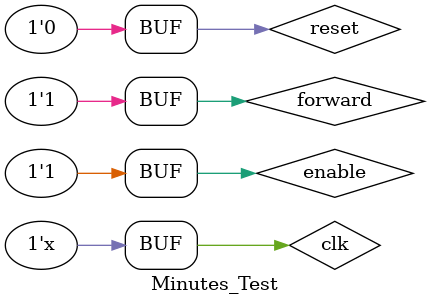
<source format=v>
`timescale 1ns / 1ps


module Minutes_Test;

	// Inputs
	reg enable=1;
	reg clk=0;
	reg reset=0;
	reg forward=1;

	// Outputs
	wire [5:0] outSeconds;
	wire [5:0] outMinutes;
	wire finish;
	wire minutesClock;
	wire clk_1Hz;

	// Instantiate the Unit Under Test (UUT)
	MinutesCounter uut (
		.outSeconds(outSeconds), 
		.outMinutes(outMinutes), 
		.enable(enable), 
		.clk(clk), 
		.reset(reset), 
		.forward(forward), 
		.finish(finish), 
		.minutesClock(minutesClock), 
		.clk_1Hz(clk_1Hz)
	);

	always #5 clk=~clk;
	initial begin
	

	end
      
endmodule


</source>
